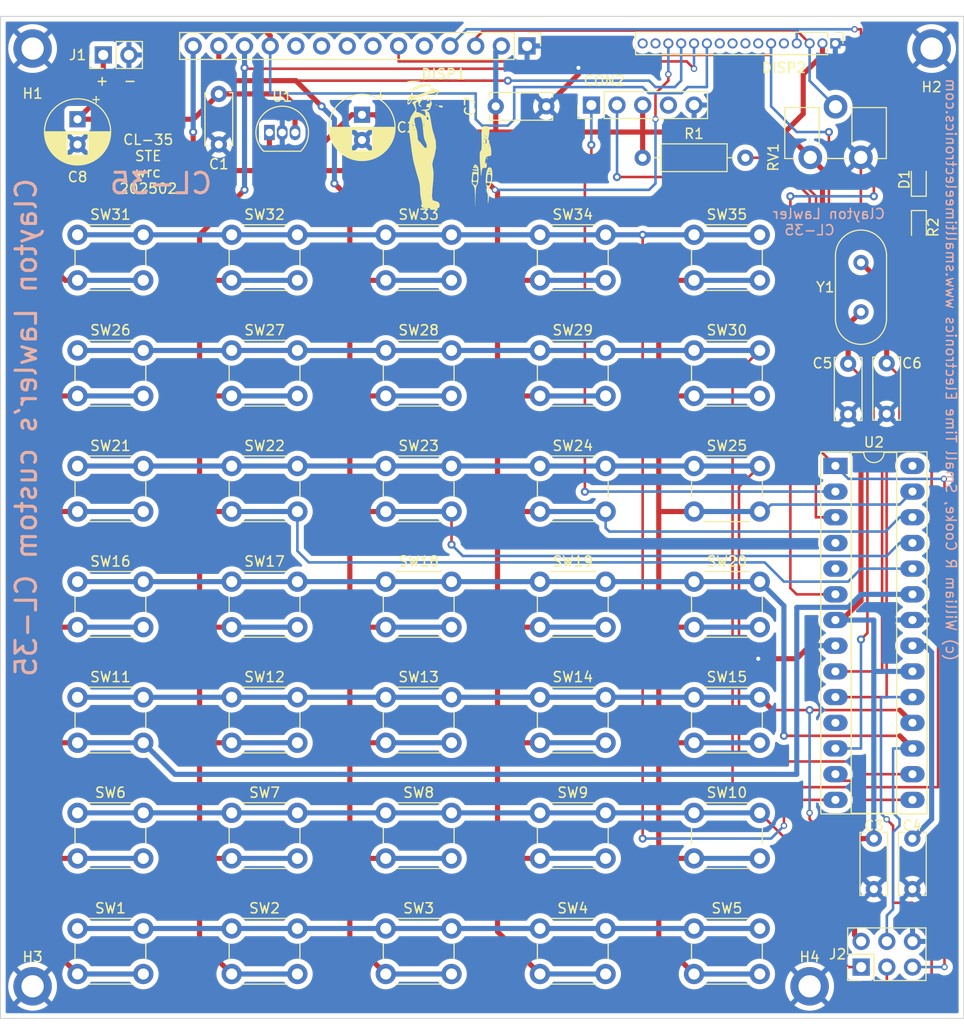
<source format=kicad_pcb>
(kicad_pcb (version 20211014) (generator pcbnew)
  (layers (0 "F.Cu" signal) (31 "B.Cu" signal) (34 "B.Paste" user) (35 "F.Paste" user) (36 "B.SilkS" user "B.Silkscreen") (37 "F.SilkS" user "F.Silkscreen") (38 "B.Mask" user) (39 "F.Mask" user) (44 "Edge.Cuts" user))
  (net 0 "")
  (net 1 "Net-(C1-Pad1)")
  (net 2 "GND")
  (net 3 "Net-(C4-Pad1)")
  (net 4 "VCC")
  (net 5 "Net-(C5-Pad1)")
  (net 6 "Net-(CON2-Pad1)")
  (net 7 "Net-(CON2-Pad2)")
  (net 9 "Net-(DISP1-Pad3)")
  (net 10 "Net-(DISP1-Pad4)")
  (net 12 "Net-(DISP1-Pad6)")
  (net 17 "Net-(DISP1-Pad11)")
  (net 18 "Net-(DISP1-Pad12)")
  (net 19 "Net-(DISP1-Pad13)")
  (net 20 "Net-(DISP1-Pad14)")
  (net 21 "Net-(C6-Pad1)")
  (net 22 "Net-(SW10-Pad2)")
  (net 23 "Net-(J2-Pad1)")
  (net 24 "Net-(SW1-Pad1)")
  (net 25 "Net-(J2-Pad3)")
  (net 26 "Net-(SW21-Pad1)")
  (net 27 "Net-(SW26-Pad1)")
  (net 28 "Net-(SW31-Pad1)")
  (net 38 "Net-(J2-Pad4)")
  (net 39 "Net-(J2-Pad5)")
  (net 40 "Net-(R2-Pad1)")
  (net 41 "Net-(D1-Pad2)")
  (footprint "Button_Switch_THT:SW_PUSH_6mm" (layer "F.Cu") (at 63.5 111.76)
    (fp_text reference "SW3")
    (fp_text value "SW_Push")
  )
  (footprint "Capacitor_THT:C_Disc_D6.0mm_W2.5mm_P5.00mm" (layer "F.Cu") (at 74.375 30.48)
    (fp_text reference "C7")
    (fp_text value "0.1")
  )
  (footprint "Button_Switch_THT:SW_PUSH_6mm" (layer "F.Cu") (at 63.5 43.18)
    (fp_text reference "SW33")
    (fp_text value "SW_Push")
  )
  (footprint "Connector_PinHeader_1.27mm:PinHeader_1x16_P1.27mm_Vertical" (layer "F.Cu") (at 107.95 24.257 -90)
    (fp_text reference "DISP2")
    (fp_text value "LCD_44780")
  )
  (footprint "Crystal:Crystal_HC49-U_Vertical" (layer "F.Cu") (at 110.49 50.8 90)
    (fp_text reference "Y1")
    (fp_text value "8MHz")
  )
  (footprint "Package_DIP:DIP-28_W7.62mm_Socket_LongPads" (layer "F.Cu") (at 107.96 66.025)
    (fp_text reference "U2")
    (fp_text value "Atmega8_dip")
  )
  (footprint "Diode_SMD:D_0603_1608Metric_Pad1.05x0.95mm_HandSolder" (layer "F.Cu") (at 116.205 37.705 90)
    (fp_text reference "D1")
    (fp_text value "LED_Small")
  )
  (footprint "MountingHole:MountingHole_2.2mm_M2_DIN965_Pad" (layer "F.Cu") (at 28.575 117.475)
    (fp_text reference "H3")
    (fp_text value "2.2mm")
  )
  (footprint "Button_Switch_THT:SW_PUSH_6mm" (layer "F.Cu") (at 48.26 66.04)
    (fp_text reference "SW22")
    (fp_text value "SW_Push")
  )
  (footprint "Connector_PinHeader_2.54mm:PinHeader_2x03_P2.54mm_Vertical" (layer "F.Cu") (at 110.505 115.575 90)
    (fp_text reference "J2")
    (fp_text value "AVR-ISP-6")
  )
  (footprint "Button_Switch_THT:SW_PUSH_6mm" (layer "F.Cu") (at 93.98 54.61)
    (fp_text reference "SW30")
    (fp_text value "SW_Push")
  )
  (footprint "Connector_PinHeader_2.54mm:PinHeader_1x14_P2.54mm_Vertical" (layer "F.Cu") (at 77.47 24.511 -90)
    (fp_text reference "DISP1")
    (fp_text value "LCD_44780")
  )
  (footprint "Button_Switch_THT:SW_PUSH_6mm" (layer "F.Cu") (at 48.26 88.9)
    (fp_text reference "SW12")
    (fp_text value "SW_Push")
  )
  (footprint "Button_Switch_THT:SW_PUSH_6mm" (layer "F.Cu") (at 33.02 54.61)
    (fp_text reference "SW26")
    (fp_text value "SW_Push")
  )
  (footprint "Button_Switch_THT:SW_PUSH_6mm" (layer "F.Cu") (at 63.5 88.9)
    (fp_text reference "SW13")
    (fp_text value "SW_Push")
  )
  (footprint "MountingHole:MountingHole_2.2mm_M2_DIN965_Pad" (layer "F.Cu") (at 117.475 24.765)
    (fp_text reference "H2")
    (fp_text value "2.2mm")
  )
  (footprint "Button_Switch_THT:SW_PUSH_6mm" (layer "F.Cu") (at 93.98 77.47)
    (fp_text reference "SW20")
    (fp_text value "SW_Push")
  )
  (footprint "MountingHole:MountingHole_2.2mm_M2_DIN965_Pad" (layer "F.Cu") (at 28.575 24.765)
    (fp_text reference "H1")
    (fp_text value "2.2mm")
  )
  (footprint "Button_Switch_THT:SW_PUSH_6mm" (layer "F.Cu") (at 63.5 54.61)
    (fp_text reference "SW28")
    (fp_text value "SW_Push")
  )
  (footprint "bdk_art:farmer_small" (layer "F.Cu") (at 69.85 34.29)
    (fp_text reference "G***" hide)
    (fp_text value "LOGO" hide)
  )
  (footprint "Button_Switch_THT:SW_PUSH_6mm" (layer "F.Cu") (at 93.98 100.33)
    (fp_text reference "SW10")
    (fp_text value "SW_Push")
  )
  (footprint "Button_Switch_THT:SW_PUSH_6mm" (layer "F.Cu") (at 33.02 77.47)
    (fp_text reference "SW16")
    (fp_text value "SW_Push")
  )
  (footprint "Button_Switch_THT:SW_PUSH_6mm" (layer "F.Cu") (at 33.02 100.33)
    (fp_text reference "SW6")
    (fp_text value "SW_Push")
  )
  (footprint "Capacitor_THT:C_Disc_D6.0mm_W2.5mm_P5.00mm" (layer "F.Cu") (at 113.03 55.88 -90)
    (fp_text reference "C6")
    (fp_text value "22")
  )
  (footprint "Potentiometer_THT:Potentiometer_ACP_CA9-H5_Horizontal" (layer "F.Cu") (at 105.475 35.52 90)
    (fp_text reference "RV1")
    (fp_text value "10K")
  )
  (footprint "Button_Switch_THT:SW_PUSH_6mm" (layer "F.Cu") (at 33.02 111.76)
    (fp_text reference "SW1")
    (fp_text value "SW_Push")
  )
  (footprint "Button_Switch_THT:SW_PUSH_6mm" (layer "F.Cu") (at 78.74 77.47)
    (fp_text reference "SW19")
    (fp_text value "SW_Push")
  )
  (footprint "Button_Switch_THT:SW_PUSH_6mm" (layer "F.Cu") (at 33.02 43.18)
    (fp_text reference "SW31")
    (fp_text value "SW_Push")
  )
  (footprint "Button_Switch_THT:SW_PUSH_6mm" (layer "F.Cu") (at 93.98 43.18)
    (fp_text reference "SW35")
    (fp_text value "SW_Push")
  )
  (footprint "Connector_PinHeader_2.54mm:PinHeader_1x05_P2.54mm_Vertical" (layer "F.Cu") (at 83.825 30.353 90)
    (fp_text reference "CON2")
    (fp_text value "SER_TTL")
  )
  (footprint "MountingHole:MountingHole_2.2mm_M2_DIN965_Pad" (layer "F.Cu") (at 105.41 117.475)
    (fp_text reference "H4")
    (fp_text value "2.2mm")
  )
  (footprint "Button_Switch_THT:SW_PUSH_6mm" (layer "F.Cu") (at 48.26 111.76)
    (fp_text reference "SW2")
    (fp_text value "SW_Push")
  )
  (footprint "Button_Switch_THT:SW_PUSH_6mm" (layer "F.Cu") (at 48.26 54.61)
    (fp_text reference "SW27")
    (fp_text value "SW_Push")
  )
  (footprint "Connector_PinHeader_2.54mm:PinHeader_1x02_P2.54mm_Vertical" (layer "F.Cu") (at 35.56 25.4 90)
    (fp_text reference "J1")
    (fp_text value "Conn_01x02")
  )
  (footprint "Button_Switch_THT:SW_PUSH_6mm" (layer "F.Cu") (at 78.74 100.33)
    (fp_text reference "SW9")
    (fp_text value "SW_Push")
  )
  (footprint "Resistor_THT:R_Axial_DIN0207_L6.3mm_D2.5mm_P10.16mm_Horizontal" (layer "F.Cu") (at 88.9 35.56)
    (fp_text reference "R1")
    (fp_text value "10K")
  )
  (footprint "Button_Switch_THT:SW_PUSH_6mm" (layer "F.Cu") (at 48.26 100.33)
    (fp_text reference "SW7")
    (fp_text value "SW_Push")
  )
  (footprint "Button_Switch_THT:SW_PUSH_6mm" (layer "F.Cu") (at 63.5 66.04)
    (fp_text reference "SW23")
    (fp_text value "SW_Push")
  )
  (footprint "Button_Switch_THT:SW_PUSH_6mm" (layer "F.Cu") (at 93.98 66.04)
    (fp_text reference "SW25")
    (fp_text value "SW_Push")
  )
  (footprint "Button_Switch_THT:SW_PUSH_6mm" (layer "F.Cu") (at 78.74 111.76)
    (fp_text reference "SW4")
    (fp_text value "SW_Push")
  )
  (footprint "Capacitor_THT:CP_Radial_D6.3mm_P2.50mm" (layer "F.Cu") (at 61.147 31.312056 -90)
    (fp_text reference "C2")
    (fp_text value "10")
  )
  (footprint "Button_Switch_THT:SW_PUSH_6mm" (layer "F.Cu") (at 78.74 66.04)
    (fp_text reference "SW24")
    (fp_text value "SW_Push")
  )
  (footprint "Button_Switch_THT:SW_PUSH_6mm" (layer "F.Cu") (at 93.98 88.9)
    (fp_text reference "SW15")
    (fp_text value "SW_Push")
  )
  (footprint "Button_Switch_THT:SW_PUSH_6mm" (layer "F.Cu") (at 78.74 43.18)
    (fp_text reference "SW34")
    (fp_text value "SW_Push")
  )
  (footprint "Capacitor_THT:C_Disc_D6.0mm_W2.5mm_P5.00mm" (layer "F.Cu") (at 109.22 55.92 -90)
    (fp_text reference "C5")
    (fp_text value "22")
  )
  (footprint "Capacitor_THT:C_Disc_D6.0mm_W2.5mm_P5.00mm" (layer "F.Cu") (at 115.57 102.87 -90)
    (fp_text reference "C4")
    (fp_text value "0.1")
  )
  (footprint "Button_Switch_THT:SW_PUSH_6mm" (layer "F.Cu") (at 63.5 77.47)
    (fp_text reference "SW18")
    (fp_text value "SW_Push")
  )
  (footprint "Button_Switch_THT:SW_PUSH_6mm" (layer "F.Cu") (at 78.74 54.61)
    (fp_text reference "SW29")
    (fp_text value "SW_Push")
  )
  (footprint "Package_TO_SOT_THT:TO-92_Inline" (layer "F.Cu") (at 51.987 33.066108)
    (fp_text reference "U1")
    (fp_text value "L78L05_TO92")
  )
  (footprint "Diode_SMD:D_0603_1608Metric_Pad1.05x0.95mm_HandSolder" (layer "F.Cu") (at 116.215 42.44 -90)
    (fp_text reference "R2")
    (fp_text value "1K")
  )
  (footprint "Button_Switch_THT:SW_PUSH_6mm" (layer "F.Cu") (at 93.98 111.76)
    (fp_text reference "SW5")
    (fp_text value "SW_Push")
  )
  (footprint "Button_Switch_THT:SW_PUSH_6mm" (layer "F.Cu") (at 63.5 100.33)
    (fp_text reference "SW8")
    (fp_text value "SW_Push")
  )
  (footprint "Button_Switch_THT:SW_PUSH_6mm" (layer "F.Cu") (at 48.26 77.47)
    (fp_text reference "SW17")
    (fp_text value "SW_Push")
  )
  (footprint "Button_Switch_THT:SW_PUSH_6mm" (layer "F.Cu") (at 33.02 66.04)
    (fp_text reference "SW21")
    (fp_text value "SW_Push")
  )
  (footprint "Button_Switch_THT:SW_PUSH_6mm" (layer "F.Cu") (at 48.26 43.18)
    (fp_text reference "SW32")
    (fp_text value "SW_Push")
  )
  (footprint "Button_Switch_THT:SW_PUSH_6mm" (layer "F.Cu") (at 33.02 88.9)
    (fp_text reference "SW11")
    (fp_text value "SW_Push")
  )
  (footprint "Button_Switch_THT:SW_PUSH_6mm" (layer "F.Cu") (at 78.74 88.9)
    (fp_text reference "SW14")
    (fp_text value "SW_Push")
  )
  (footprint "Capacitor_THT:C_Disc_D6.0mm_W2.5mm_P5.00mm" (layer "F.Cu") (at 111.76 102.87 -90)
    (fp_text reference "C3")
    (fp_text value "0.1")
  )
  (footprint "Capacitor_THT:C_Disc_D5.0mm_W2.5mm_P5.00mm" (layer "F.Cu") (at 46.99 29.25 -90)
    (fp_text reference "C1")
    (fp_text value "0.1")
  )
  (footprint "Capacitor_THT:CP_Radial_D6.3mm_P2.50mm" (layer "F.Cu") (at 33.02 31.75 -90)
    (fp_text reference "C8")
    (fp_text value "10")
  )
  (gr_line (start 25.4 120.65) (end 120.65 120.65) (layer "Edge.Cuts") (width 0.1))
  (gr_line (start 120.65 21.59) (end 120.65 120.65) (layer "Edge.Cuts") (width 0.1))
  (gr_line (start 25.4 21.59) (end 25.4 120.65) (layer "Edge.Cuts") (width 0.1))
  (gr_line (start 25.4 21.59) (end 120.65 21.59) (layer "Edge.Cuts") (width 0.1))
  (gr_text "(c) William R Cooke, Small Time Electronics www.smalltimeelectronics.com" (at 119.38 56.515 270) (layer "B.SilkS") (effects (font (size 1 1)) (justify mirror)))
  (gr_text "Clayton Lawler's custom CL-35" (at 27.94 62.23 90) (layer "B.SilkS") (effects (font (size 2.032 2.032) (thickness 0.3048)) (justify mirror)))
  (gr_text "Clayton Lawler\n     CL-35" (at 107.315 41.91) (layer "B.SilkS") (effects (font (size 1 1)) (justify mirror)))
  (gr_text "CL-35" (at 41.275 38.1) (layer "B.SilkS") (effects (font (size 2.032 2.032) (thickness 0.3048)) (justify mirror)))
  (gr_text "+  -" (at 36.83 27.94) (layer "F.SilkS") (effects (font (size 1 1))))
  (gr_text "CL-35\nSTE\nwrc\n202502" (at 40.005 36.195) (layer "F.SilkS") (effects (font (size 1 1))))
  (segment (start 35.56 29.21) (end 33.02 31.75) (width 0.508) (layer "F.Cu") (net 1))
  (segment (start 33.02 31.75) (end 44.49 31.75) (width 0.508) (layer "F.Cu") (net 1))
  (segment (start 54.527 30.397) (end 54.527 33.066108) (width 0.508) (layer "F.Cu") (net 1))
  (segment (start 44.49 31.75) (end 46.99 29.25) (width 0.508) (layer "F.Cu") (net 1))
  (segment (start 35.56 25.4) (end 35.56 29.21) (width 0.508) (layer "F.Cu") (net 1))
  (segment (start 46.99 29.25) (end 53.38 29.25) (width 0.508) (layer "F.Cu") (net 1))
  (segment (start 53.38 29.25) (end 54.527 30.397) (width 0.508) (layer "F.Cu") (net 1))
  (segment (start 116.215 43.315) (end 113.165 43.315) (width 0.254) (layer "F.Cu") (net 2))
  (segment (start 110.475 40.625) (end 110.475 35.52) (width 0.254) (layer "F.Cu") (net 2))
  (segment (start 105.425 83.805) (end 104.14 85.09) (width 0.508) (layer "F.Cu") (net 2))
  (segment (start 113.165 43.315) (end 110.475 40.625) (width 0.254) (layer "F.Cu") (net 2))
  (segment (start 82.55 27.305) (end 82.55 26.67) (width 0.508) (layer "F.Cu") (net 2))
  (segment (start 107.96 83.805) (end 105.425 83.805) (width 0.508) (layer "F.Cu") (net 2))
  (segment (start 79.375 30.48) (end 82.55 27.305) (width 0.508) (layer "F.Cu") (net 2))
  (segment (start 104.14 85.09) (end 100.33 85.09) (width 0.508) (layer "F.Cu") (net 2))
  (via (at 100.33 85.09) (size 0.8) (drill 0.4) (layers "F.Cu" "B.Cu") (net 2))
  (via (at 82.55 26.67) (size 0.8) (drill 0.4) (layers "F.Cu" "B.Cu") (net 2))
  (segment (start 116.825 83.805) (end 115.58 83.805) (width 0.508) (layer "B.Cu") (net 3))
  (segment (start 115.57 102.87) (end 117.475 100.965) (width 0.508) (layer "B.Cu") (net 3))
  (segment (start 117.475 100.965) (end 117.475 84.455) (width 0.508) (layer "B.Cu") (net 3))
  (segment (start 117.475 84.455) (end 116.825 83.805) (width 0.508) (layer "B.Cu") (net 3))
  (segment (start 64.135 33.02) (end 62.427056 31.312056) (width 0.508) (layer "F.Cu") (net 4))
  (segment (start 75.565 33.02) (end 74.295 33.02) (width 0.508) (layer "F.Cu") (net 4))
  (segment (start 109.855 112.385) (end 110.505 113.035) (width 0.508) (layer "F.Cu") (net 4))
  (segment (start 104.775 27.305) (end 106.68 25.4) (width 0.508) (layer "F.Cu") (net 4))
  (segment (start 88.9 33.02) (end 75.565 33.02) (width 0.508) (layer "F.Cu") (net 4))
  (segment (start 52.07 35.56) (end 51.987 35.477) (width 0.508) (layer "F.Cu") (net 4))
  (segment (start 106.68 25.4) (end 106.68 24.257) (width 0.508) (layer "F.Cu") (net 4))
  (segment (start 104.775 31.22) (end 104.775 27.305) (width 0.508) (layer "F.Cu") (net 4))
  (segment (start 74.375 32.94) (end 74.295 33.02) (width 0.508) (layer "F.Cu") (net 4))
  (segment (start 106.68 36.725) (end 105.475 35.52) (width 0.508) (layer "F.Cu") (net 4))
  (segment (start 106.68 61.595) (end 106.68 36.725) (width 0.508) (layer "F.Cu") (net 4))
  (segment (start 88.9 33.02) (end 102.975 33.02) (width 0.508) (layer "F.Cu") (net 4))
  (segment (start 74.295 33.02) (end 64.135 33.02) (width 0.508) (layer "F.Cu") (net 4))
  (segment (start 51.987 35.477) (end 51.987 33.066108) (width 0.508) (layer "F.Cu") (net 4))
  (segment (start 111.76 102.87) (end 110.49 102.87) (width 0.508) (layer "F.Cu") (net 4))
  (segment (start 88.9 30.358) (end 88.905 30.353) (width 0.254) (layer "F.Cu") (net 4))
  (segment (start 110.49 65.405) (end 106.68 61.595) (width 0.508) (layer "F.Cu") (net 4))
  (segment (start 108.6 81.265) (end 110.49 79.375) (width 0.508) (layer "F.Cu") (net 4))
  (segment (start 109.855 103.505) (end 109.855 112.385) (width 0.508) (layer "F.Cu") (net 4))
  (segment (start 110.49 79.375) (end 110.49 65.405) (width 0.508) (layer "F.Cu") (net 4))
  (segment (start 62.427056 31.312056) (end 61.147 31.312056) (width 0.508) (layer "F.Cu") (net 4))
  (segment (start 88.9 35.56) (end 88.9 33.02) (width 0.508) (layer "F.Cu") (net 4))
  (segment (start 55.88 35.56) (end 52.07 35.56) (width 0.508) (layer "F.Cu") (net 4))
  (segment (start 102.975 33.02) (end 104.775 31.22) (width 0.508) (layer "F.Cu") (net 4))
  (segment (start 61.147 31.312056) (end 60.127944 31.312056) (width 0.508) (layer "F.Cu") (net 4))
  (segment (start 60.127944 31.312056) (end 55.88 35.56) (width 0.508) (layer "F.Cu") (net 4))
  (segment (start 110.49 102.87) (end 109.855 103.505) (width 0.508) (layer "F.Cu") (net 4))
  (segment (start 74.375 30.48) (end 74.375 32.94) (width 0.508) (layer "F.Cu") (net 4))
  (segment (start 102.975 33.02) (end 105.475 35.52) (width 0.508) (layer "F.Cu") (net 4))
  (segment (start 107.96 81.265) (end 108.6 81.265) (width 0.508) (layer "F.Cu") (net 4))
  (segment (start 88.9 33.02) (end 88.9 30.358) (width 0.508) (layer "F.Cu") (net 4))
  (segment (start 74.375 30.48) (end 74.375 25.066) (width 0.508) (layer "B.Cu") (net 4))
  (segment (start 111.76 102.87) (end 111.76 86.36) (width 0.508) (layer "B.Cu") (net 4))
  (segment (start 111.76 81.28) (end 111.745 81.265) (width 0.508) (layer "B.Cu") (net 4))
  (segment (start 74.375 25.066) (end 74.93 24.511) (width 0.508) (layer "B.Cu") (net 4))
  (segment (start 111.745 81.265) (end 107.96 81.265) (width 0.508) (layer "B.Cu") (net 4))
  (segment (start 111.775 86.345) (end 111.76 86.36) (width 0.508) (layer "B.Cu") (net 4))
  (segment (start 111.76 86.36) (end 111.76 81.28) (width 0.508) (layer "B.Cu") (net 4))
  (segment (start 115.58 86.345) (end 111.775 86.345) (width 0.508) (layer "B.Cu") (net 4))
  (segment (start 109.22 52.07) (end 109.22 55.92) (width 0.508) (layer "F.Cu") (net 5))
  (segment (start 112.576 86.36) (end 112.561 86.345) (width 0.254) (layer "F.Cu") (net 5))
  (segment (start 109.22 55.92) (end 111.72 58.42) (width 0.254) (layer "F.Cu") (net 5))
  (segment (start 112.576 64.316) (end 112.576 86.36) (width 0.254) (layer "F.Cu") (net 5))
  (segment (start 111.72 63.46) (end 112.576 64.316) (width 0.254) (layer "F.Cu") (net 5))
  (segment (start 111.72 58.42) (end 111.72 63.46) (width 0.254) (layer "F.Cu") (net 5))
  (segment (start 112.561 86.345) (end 107.96 86.345) (width 0.254) (layer "F.Cu") (net 5))
  (segment (start 110.49 50.8) (end 109.22 52.07) (width 0.508) (layer "F.Cu") (net 5))
  (segment (start 83.185 68.58) (end 83.185 41.275) (width 0.254) (layer "F.Cu") (net 6))
  (segment (start 83.185 36.83) (end 83.825 36.19) (width 0.254) (layer "F.Cu") (net 6))
  (segment (start 83.825 36.19) (end 83.825 34.295) (width 0.254) (layer "F.Cu") (net 6))
  (segment (start 83.185 41.275) (end 83.185 36.83) (width 0.254) (layer "F.Cu") (net 6))
  (via (at 83.185 68.58) (size 0.8) (drill 0.4) (layers "F.Cu" "B.Cu") (net 6))
  (via (at 83.825 34.295) (size 0.8) (drill 0.4) (layers "F.Cu" "B.Cu") (net 6))
  (segment (start 83.825 34.295) (end 83.825 30.353) (width 0.254) (layer "B.Cu") (net 6))
  (segment (start 107.96 68.565) (end 83.2 68.565) (width 0.254) (layer "B.Cu") (net 6))
  (segment (start 83.2 68.565) (end 83.185 68.58) (width 0.254) (layer "B.Cu") (net 6))
  (segment (start 106.03 67.555) (end 105.28 66.805) (width 0.254) (layer "F.Cu") (net 7))
  (segment (start 105.41 66.675) (end 105.41 39.377052) (width 0.254) (layer "F.Cu") (net 7))
  (segment (start 107.96 71.105) (end 106.03 71.105) (width 0.254) (layer "F.Cu") (net 7))
  (segment (start 105.28 66.805) (end 105.41 66.675) (width 0.254) (layer "F.Cu") (net 7))
  (segment (start 106.03 71.105) (end 106.03 67.555) (width 0.254) (layer "F.Cu") (net 7))
  (segment (start 103.497948 37.465) (end 86.36 37.465) (width 0.254) (layer "F.Cu") (net 7))
  (segment (start 105.41 39.377052) (end 103.497948 37.465) (width 0.254) (layer "F.Cu") (net 7))
  (via (at 86.36 37.465) (size 0.8) (drill 0.4) (layers "F.Cu" "B.Cu") (net 7))
  (segment (start 86.365 37.46) (end 86.365 30.353) (width 0.254) (layer "B.Cu") (net 7))
  (segment (start 86.36 37.465) (end 86.365 37.46) (width 0.254) (layer "B.Cu") (net 7))
  (segment (start 104.14 22.987) (end 73.152 22.987) (width 0.254) (layer "F.Cu") (net 9))
  (segment (start 105.41 24.257) (end 104.14 22.987) (width 0.254) (layer "F.Cu") (net 9))
  (segment (start 73.152 22.987) (end 72.39 23.749) (width 0.254) (layer "F.Cu") (net 9))
  (segment (start 72.39 23.749) (end 72.39 24.511) (width 0.254) (layer "F.Cu") (net 9))
  (segment (start 107.975 30.52) (end 105.41 27.955) (width 0.254) (layer "B.Cu") (net 9))
  (segment (start 105.41 27.955) (end 105.41 24.257) (width 0.254) (layer "B.Cu") (net 9))
  (segment (start 117.475 67.945) (end 117.475 66.675) (width 0.254) (layer "F.Cu") (net 10))
  (segment (start 110.49 22.86) (end 110.49 27.305) (width 0.254) (layer "F.Cu") (net 10))
  (segment (start 118.11 34.925) (end 118.11 66.04) (width 0.254) (layer "F.Cu") (net 10))
  (segment (start 109.855 97.155) (end 108.61 97.155) (width 0.254) (layer "F.Cu") (net 10))
  (segment (start 110.49 97.79) (end 109.855 97.155) (width 0.254) (layer "F.Cu") (net 10))
  (segment (start 110.49 27.305) (end 118.11 34.925) (width 0.254) (layer "F.Cu") (net 10))
  (segment (start 108.61 97.155) (end 107.96 96.505) (width 0.254) (layer "F.Cu") (net 10))
  (segment (start 118.11 97.79) (end 110.49 97.79) (width 0.254) (layer "F.Cu") (net 10))
  (segment (start 118.11 68.58) (end 118.11 97.79) (width 0.254) (layer "F.Cu") (net 10))
  (segment (start 109.855 22.86) (end 110.49 22.86) (width 0.254) (layer "F.Cu") (net 10))
  (segment (start 118.11 68.58) (end 117.475 67.945) (width 0.254) (layer "F.Cu") (net 10))
  (segment (start 117.475 66.675) (end 118.11 66.04) (width 0.254) (layer "F.Cu") (net 10))
  (via (at 109.855 22.86) (size 0.635) (drill 0.381) (layers "F.Cu" "B.Cu") (net 10))
  (segment (start 104.14 22.86) (end 104.14 24.257) (width 0.254) (layer "B.Cu") (net 10))
  (segment (start 69.85 24.511) (end 71.501 22.86) (width 0.254) (layer "B.Cu") (net 10))
  (segment (start 71.501 22.86) (end 104.14 22.86) (width 0.254) (layer "B.Cu") (net 10))
  (segment (start 104.14 22.86) (end 109.855 22.86) (width 0.254) (layer "B.Cu") (net 10))
  (segment (start 111.125 60.325) (end 107.315 56.515) (width 0.254) (layer "F.Cu") (net 12))
  (segment (start 64.77 24.511) (end 64.77 26.035) (width 0.254) (layer "F.Cu") (net 12))
  (segment (start 110.49 83.185) (end 111.125 82.55) (width 0.254) (layer "F.Cu") (net 12))
  (segment (start 101.6 25.4) (end 101.6 24.257) (width 0.254) (layer "F.Cu") (net 12))
  (segment (start 64.77 26.035) (end 79.375 26.035) (width 0.254) (layer "F.Cu") (net 12))
  (segment (start 111.125 82.55) (end 111.125 60.325) (width 0.254) (layer "F.Cu") (net 12))
  (segment (start 88.265 25.4) (end 101.6 25.4) (width 0.254) (layer "F.Cu") (net 12))
  (segment (start 86.995 24.13) (end 88.265 25.4) (width 0.254) (layer "F.Cu") (net 12))
  (segment (start 107.315 56.515) (end 107.315 33.02) (width 0.254) (layer "F.Cu") (net 12))
  (segment (start 79.375 26.035) (end 81.28 24.13) (width 0.254) (layer "F.Cu") (net 12))
  (segment (start 81.28 24.13) (end 86.995 24.13) (width 0.254) (layer "F.Cu") (net 12))
  (via (at 110.49 83.185) (size 0.8) (drill 0.4) (layers "F.Cu" "B.Cu") (net 12))
  (via (at 107.315 33.02) (size 0.8) (drill 0.4) (layers "F.Cu" "B.Cu") (net 12))
  (segment (start 107.96 93.965) (end 110.475 93.965) (width 0.254) (layer "B.Cu") (net 12))
  (segment (start 107.315 33.02) (end 104.14 33.02) (width 0.254) (layer "B.Cu") (net 12))
  (segment (start 101.6 30.48) (end 101.6 24.257) (width 0.254) (layer "B.Cu") (net 12))
  (segment (start 110.49 93.95) (end 110.49 83.185) (width 0.254) (layer "B.Cu") (net 12))
  (segment (start 110.475 93.965) (end 110.49 93.95) (width 0.254) (layer "B.Cu") (net 12))
  (segment (start 104.14 33.02) (end 101.6 30.48) (width 0.254) (layer "B.Cu") (net 12))
  (segment (start 33.02 47.68) (end 31.805 47.68) (width 0.508) (layer "F.Cu") (net 17))
  (segment (start 33.02 24.13) (end 34.29 22.86) (width 0.508) (layer "F.Cu") (net 17))
  (segment (start 31.115 93.345) (end 31.115 81.915) (width 0.508) (layer "F.Cu") (net 17))
  (segment (start 31.17 70.54) (end 31.115 70.485) (width 0.508) (layer "F.Cu") (net 17))
  (segment (start 34.29 22.86) (end 51.435 22.86) (width 0.508) (layer "F.Cu") (net 17))
  (segment (start 51.435 22.86) (end 52.07 23.495) (width 0.508) (layer "F.Cu") (net 17))
  (segment (start 31.805 47.68) (end 31.115 46.99) (width 0.508) (layer "F.Cu") (net 17))
  (segment (start 31.17 81.97) (end 31.115 81.915) (width 0.508) (layer "F.Cu") (net 17))
  (segment (start 31.115 59.055) (end 31.115 46.99) (width 0.508) (layer "F.Cu") (net 17))
  (segment (start 33.02 116.26) (end 31.115 114.355) (width 0.508) (layer "F.Cu") (net 17))
  (segment (start 33.02 27.305) (end 33.02 24.13) (width 0.508) (layer "F.Cu") (net 17))
  (segment (start 33.02 93.4) (end 31.17 93.4) (width 0.508) (layer "F.Cu") (net 17))
  (segment (start 33.02 81.97) (end 31.17 81.97) (width 0.508) (layer "F.Cu") (net 17))
  (segment (start 31.115 29.21) (end 33.02 27.305) (width 0.508) (layer "F.Cu") (net 17))
  (segment (start 52.07 23.495) (end 52.07 24.511) (width 0.508) (layer "F.Cu") (net 17))
  (segment (start 31.115 70.485) (end 31.115 59.055) (width 0.508) (layer "F.Cu") (net 17))
  (segment (start 33.02 104.83) (end 31.17 104.83) (width 0.508) (layer "F.Cu") (net 17))
  (segment (start 31.115 114.355) (end 31.115 104.775) (width 0.508) (layer "F.Cu") (net 17))
  (segment (start 33.02 70.54) (end 31.17 70.54) (width 0.508) (layer "F.Cu") (net 17))
  (segment (start 33.02 59.11) (end 31.17 59.11) (width 0.508) (layer "F.Cu") (net 17))
  (segment (start 31.115 46.99) (end 31.115 29.21) (width 0.508) (layer "F.Cu") (net 17))
  (segment (start 31.17 59.11) (end 31.115 59.055) (width 0.508) (layer "F.Cu") (net 17))
  (segment (start 31.115 81.915) (end 31.115 70.485) (width 0.508) (layer "F.Cu") (net 17))
  (segment (start 31.115 104.775) (end 31.115 93.345) (width 0.508) (layer "F.Cu") (net 17))
  (segment (start 31.17 104.83) (end 31.115 104.775) (width 0.508) (layer "F.Cu") (net 17))
  (segment (start 31.17 93.4) (end 31.115 93.345) (width 0.508) (layer "F.Cu") (net 17))
  (segment (start 33.02 47.68) (end 39.52 47.68) (width 0.508) (layer "B.Cu") (net 17))
  (segment (start 75.565 32.385) (end 76.2 31.75) (width 0.254) (layer "B.Cu") (net 17))
  (segment (start 33.02 116.26) (end 39.52 116.26) (width 0.508) (layer "B.Cu") (net 17))
  (segment (start 73.025 32.385) (end 75.565 32.385) (width 0.254) (layer "B.Cu") (net 17))
  (segment (start 76.2 31.75) (end 76.2 28.575) (width 0.254) (layer "B.Cu") (net 17))
  (segment (start 33.02 104.83) (end 39.52 104.83) (width 0.508) (layer "B.Cu") (net 17))
  (segment (start 39.52 93.4) (end 42.64 96.52) (width 0.508) (layer "B.Cu") (net 17))
  (segment (start 95.25 28.575) (end 95.25 24.257) (width 0.254) (layer "B.Cu") (net 17))
  (segment (start 33.02 59.11) (end 39.52 59.11) (width 0.508) (layer "B.Cu") (net 17))
  (segment (start 104.14 80.01) (end 109.22 80.01) (width 0.508) (layer "B.Cu") (net 17))
  (segment (start 89.501 29.176) (end 92.744 29.176) (width 0.254) (layer "B.Cu") (net 17))
  (segment (start 33.02 93.4) (end 39.52 93.4) (width 0.508) (layer "B.Cu") (net 17))
  (segment (start 109.22 80.01) (end 110.505 78.725) (width 0.508) (layer "B.Cu") (net 17))
  (segment (start 33.02 70.54) (end 39.52 70.54) (width 0.508) (layer "B.Cu") (net 17))
  (segment (start 52.07 29.21) (end 72.39 29.21) (width 0.254) (layer "B.Cu") (net 17))
  (segment (start 110.505 78.725) (end 115.58 78.725) (width 0.508) (layer "B.Cu") (net 17))
  (segment (start 72.39 31.75) (end 73.025 32.385) (width 0.254) (layer "B.Cu") (net 17))
  (segment (start 76.2 28.575) (end 88.9 28.575) (width 0.254) (layer "B.Cu") (net 17))
  (segment (start 33.02 81.97) (end 39.52 81.97) (width 0.508) (layer "B.Cu") (net 17))
  (segment (start 42.64 96.52) (end 104.14 96.52) (width 0.508) (layer "B.Cu") (net 17))
  (segment (start 88.9 28.575) (end 89.501 29.176) (width 0.254) (layer "B.Cu") (net 17))
  (segment (start 92.744 29.176) (end 93.345 28.575) (width 0.254) (layer "B.Cu") (net 17))
  (segment (start 93.345 28.575) (end 95.25 28.575) (width 0.254) (layer "B.Cu") (net 17))
  (segment (start 72.39 29.21) (end 72.39 31.75) (width 0.254) (layer "B.Cu") (net 17))
  (segment (start 52.07 24.511) (end 52.07 29.21) (width 0.254) (layer "B.Cu") (net 17))
  (segment (start 104.14 96.52) (end 104.14 80.01) (width 0.508) (layer "B.Cu") (net 17))
  (segment (start 81.915 24.765) (end 86.812 24.765) (width 0.254) (layer "F.Cu") (net 18))
  (segment (start 45.085 43.18) (end 49.53 38.735) (width 0.508) (layer "F.Cu") (net 18))
  (segment (start 79.9185 26.7615) (end 81.915 24.765) (width 0.254) (layer "F.Cu") (net 18))
  (segment (start 45.085 47.498) (end 45.085 43.18) (width 0.508) (layer "F.Cu") (net 18))
  (segment (start 88.082 26.035) (end 93.2535 26.035) (width 0.254) (layer "F.Cu") (net 18))
  (segment (start 45.267 47.68) (end 48.26 47.68) (width 0.508) (layer "F.Cu") (net 18))
  (segment (start 45.14 104.83) (end 45.085 104.775) (width 0.508) (layer "F.Cu") (net 18))
  (segment (start 45.14 59.11) (end 45.085 59.055) (width 0.508) (layer "F.Cu") (net 18))
  (segment (start 48.26 70.54) (end 45.14 70.54) (width 0.508) (layer "F.Cu") (net 18))
  (segment (start 48.26 104.83) (end 45.14 104.83) (width 0.508) (layer "F.Cu") (net 18))
  (segment (start 45.14 93.4) (end 45.085 93.345) (width 0.508) (layer "F.Cu") (net 18))
  (segment (start 45.085 113.085) (end 45.085 104.775) (width 0.508) (layer "F.Cu") (net 18))
  (segment (start 48.26 93.4) (end 45.14 93.4) (width 0.508) (layer "F.Cu") (net 18))
  (segment (start 45.085 47.498) (end 45.267 47.68) (width 0.508) (layer "F.Cu") (net 18))
  (segment (start 49.6215 26.7615) (end 79.9185 26.7615) (width 0.254) (layer "F.Cu") (net 18))
  (segment (start 86.812 24.765) (end 88.082 26.035) (width 0.254) (layer "F.Cu") (net 18))
  (segment (start 45.085 104.775) (end 45.085 93.345) (width 0.508) (layer "F.Cu") (net 18))
  (segment (start 48.26 116.26) (end 45.085 113.085) (width 0.508) (layer "F.Cu") (net 18))
  (segment (start 45.14 70.54) (end 45.085 70.485) (width 0.508) (layer "F.Cu") (net 18))
  (segment (start 45.085 93.345) (end 45.085 81.915) (width 0.508) (layer "F.Cu") (net 18))
  (segment (start 49.53 26.67) (end 49.6215 26.7615) (width 0.254) (layer "F.Cu") (net 18))
  (segment (start 45.085 81.915) (end 45.085 70.485) (width 0.508) (layer "F.Cu") (net 18))
  (segment (start 45.085 59.055) (end 45.085 47.498) (width 0.508) (layer "F.Cu") (net 18))
  (segment (start 45.14 81.97) (end 45.085 81.915) (width 0.508) (layer "F.Cu") (net 18))
  (segment (start 45.085 70.485) (end 45.085 59.055) (width 0.508) (layer "F.Cu") (net 18))
  (segment (start 93.2535 26.035) (end 93.98 26.7615) (width 0.254) (layer "F.Cu") (net 18))
  (segment (start 48.26 59.11) (end 45.14 59.11) (width 0.508) (layer "F.Cu") (net 18))
  (segment (start 48.26 81.97) (end 45.14 81.97) (width 0.508) (layer "F.Cu") (net 18))
  (via (at 93.98 26.7615) (size 0.635) (drill 0.381) (layers "F.Cu" "B.Cu") (net 18))
  (via (at 49.53 26.67) (size 0.8) (drill 0.4) (layers "F.Cu" "B.Cu") (net 18))
  (via (at 49.53 38.735) (size 0.8) (drill 0.4) (layers "F.Cu" "B.Cu") (net 18))
  (segment (start 109.22 77.47) (end 102.87 77.47) (width 0.254) (layer "B.Cu") (net 18))
  (segment (start 48.26 116.26) (end 54.76 116.26) (width 0.508) (layer "B.Cu") (net 18))
  (segment (start 48.26 93.4) (end 54.76 93.4) (width 0.508) (layer "B.Cu") (net 18))
  (segment (start 54.76 74.445) (end 54.76 70.54) (width 0.254) (layer "B.Cu") (net 18))
  (segment (start 93.98 24.257) (end 93.98 26.7615) (width 0.254) (layer "B.Cu") (net 18))
  (segment (start 55.88 75.565) (end 54.76 74.445) (width 0.254) (layer "B.Cu") (net 18))
  (segment (start 49.53 38.735) (end 49.53 26.67) (width 0.508) (layer "B.Cu") (net 18))
  (segment (start 48.26 70.54) (end 54.76 70.54) (width 0.508) (layer "B.Cu") (net 18))
  (segment (start 48.26 81.97) (end 54.76 81.97) (width 0.508) (layer "B.Cu") (net 18))
  (segment (start 115.58 76.185) (end 110.505 76.185) (width 0.254) (layer "B.Cu") (net 18))
  (segment (start 110.505 76.185) (end 109.22 77.47) (width 0.254) (layer "B.Cu") (net 18))
  (segment (start 49.53 26.67) (end 49.53 24.511) (width 0.508) (layer "B.Cu") (net 18))
  (segment (start 48.26 59.11) (end 54.76 59.11) (width 0.508) (layer "B.Cu") (net 18))
  (segment (start 100.965 75.565) (end 55.88 75.565) (width 0.254) (layer "B.Cu") (net 18))
  (segment (start 102.87 77.47) (end 100.965 75.565) (width 0.254) (layer "B.Cu") (net 18))
  (segment (start 48.26 104.83) (end 54.76 104.83) (width 0.508) (layer "B.Cu") (net 18))
  (segment (start 48.26 47.68) (end 54.76 47.68) (width 0.508) (layer "B.Cu") (net 18))
  (segment (start 53.975 27.94) (end 48.26 27.94) (width 0.508) (layer "F.Cu") (net 19))
  (segment (start 60.38 70.54) (end 59.944 70.104) (width 0.508) (layer "F.Cu") (net 19))
  (segment (start 59.944 58.674) (end 59.944 47.625) (width 0.508) (layer "F.Cu") (net 19))
  (segment (start 63.5 104.83) (end 60.38 104.83) (width 0.508) (layer "F.Cu") (net 19))
  (segment (start 57.15 30.48) (end 54.61 27.94) (width 0.508) (layer "F.Cu") (net 19))
  (segment (start 46.99 26.67) (end 46.99 24.511) (width 0.508) (layer "F.Cu") (net 19))
  (segment (start 63.5 70.54) (end 60.38 70.54) (width 0.508) (layer "F.Cu") (net 19))
  (segment (start 60.38 59.11) (end 59.944 58.674) (width 0.508) (layer "F.Cu") (net 19))
  (segment (start 63.5 116.26) (end 59.944 112.704) (width 0.508) (layer "F.Cu") (net 19))
  (segment (start 59.999 47.68) (end 63.5 47.68) (width 0.508) (layer "F.Cu") (net 19))
  (segment (start 75.565 27.94) (end 53.975 27.94) (width 0.254) (layer "F.Cu") (net 19))
  (segment (start 70 73.81) (end 70 70.54) (width 0.254) (layer "F.Cu") (net 19))
  (segment (start 54.61 27.94) (end 53.975 27.94) (width 0.508) (layer "F.Cu") (net 19))
  (segment (start 60.38 93.4) (end 59.944 92.964) (width 0.508) (layer "F.Cu") (net 19))
  (segment (start 59.944 47.625) (end 59.999 47.68) (width 0.508) (layer "F.Cu") (net 19))
  (segment (start 59.944 70.104) (end 59.944 58.674) (width 0.508) (layer "F.Cu") (net 19))
  (segment (start 59.944 104.394) (end 59.944 92.964) (width 0.508) (layer "F.Cu") (net 19))
  (segment (start 59.944 81.534) (end 59.944 70.104) (width 0.508) (layer "F.Cu") (net 19))
  (segment (start 59.944 92.964) (end 59.944 81.534) (width 0.508) (layer "F.Cu") (net 19))
  (segment (start 48.26 27.94) (end 46.99 26.67) (width 0.508) (layer "F.Cu") (net 19))
  (segment (start 60.38 81.97) (end 59.944 81.534) (width 0.508) (layer "F.Cu") (net 19))
  (segment (start 59.944 112.704) (end 59.944 104.394) (width 0.508) (layer "F.Cu") (net 19))
  (segment (start 63.5 93.4) (end 60.38 93.4) (width 0.508) (layer "F.Cu") (net 19))
  (segment (start 59.944 39.624) (end 58.42 38.1) (width 0.508) (layer "F.Cu") (net 19))
  (segment (start 60.38 104.83) (end 59.944 104.394) (width 0.508) (layer "F.Cu") (net 19))
  (segment (start 63.5 81.97) (end 60.38 81.97) (width 0.508) (layer "F.Cu") (net 19))
  (segment (start 63.5 59.11) (end 60.38 59.11) (width 0.508) (layer "F.Cu") (net 19))
  (segment (start 59.944 47.625) (end 59.944 39.624) (width 0.508) (layer "F.Cu") (net 19))
  (via (at 70 73.81) (size 0.8) (drill 0.4) (layers "F.Cu" "B.Cu") (net 19))
  (via (at 75.565 27.94) (size 0.8) (drill 0.4) (layers "F.Cu" "B.Cu") (net 19))
  (via (at 58.42 38.1) (size 0.8) (drill 0.4) (layers "F.Cu" "B.Cu") (net 19))
  (via (at 57.15 30.48) (size 0.8) (drill 0.4) (layers "F.Cu" "B.Cu") (net 19))
  (segment (start 63.5 70.54) (end 70 70.54) (width 0.508) (layer "B.Cu") (net 19))
  (segment (start 113.03 74.93) (end 71.12 74.93) (width 0.254) (layer "B.Cu") (net 19))
  (segment (start 90.17 28.575) (end 92.075 28.575) (width 0.254) (layer "B.Cu") (net 19))
  (segment (start 114.315 73.645) (end 113.03 74.93) (width 0.254) (layer "B.Cu") (net 19))
  (segment (start 71.12 74.93) (end 70 73.81) (width 0.254) (layer "B.Cu") (net 19))
  (segment (start 63.5 47.68) (end 70 47.68) (width 0.508) (layer "B.Cu") (net 19))
  (segment (start 92.075 28.575) (end 92.71 27.94) (width 0.254) (layer "B.Cu") (net 19))
  (segment (start 63.5 93.4) (end 70 93.4) (width 0.508) (layer "B.Cu") (net 19))
  (segment (start 115.58 73.645) (end 114.315 73.645) (width 0.254) (layer "B.Cu") (net 19))
  (segment (start 92.71 24.257) (end 92.71 27.94) (width 0.254) (layer "B.Cu") (net 19))
  (segment (start 58.42 31.75) (end 57.15 30.48) (width 0.508) (layer "B.Cu") (net 19))
  (segment (start 89.535 27.94) (end 90.17 28.575) (width 0.254) (layer "B.Cu") (net 19))
  (segment (start 63.5 81.97) (end 70 81.97) (width 0.508) (layer "B.Cu") (net 19))
  (segment (start 63.5 59.11) (end 70 59.11) (width 0.508) (layer "B.Cu") (net 19))
  (segment (start 58.42 38.1) (end 58.42 31.75) (width 0.508) (layer "B.Cu") (net 19))
  (segment (start 63.5 104.83) (end 70 104.83) (width 0.508) (layer "B.Cu") (net 19))
  (segment (start 63.5 116.26) (end 70 116.26) (width 0.508) (layer "B.Cu") (net 19))
  (segment (start 89.535 27.94) (end 75.565 27.94) (width 0.254) (layer "B.Cu") (net 19))
  (segment (start 78.74 59.11) (end 74.985 59.11) (width 0.508) (layer "F.Cu") (net 20))
  (segment (start 74.731 104.83) (end 74.549 104.648) (width 0.508) (layer "F.Cu") (net 20))
  (segment (start 74.549 47.625) (end 74.604 47.68) (width 0.508) (layer "F.Cu") (net 20))
  (segment (start 74.549 58.674) (end 74.549 47.879) (width 0.508) (layer "F.Cu") (net 20))
  (segment (start 72.39 36.83) (end 74.549 38.989) (width 0.508) (layer "F.Cu") (net 20))
  (segment (start 74.549 104.648) (end 74.549 93.218) (width 0.508) (layer "F.Cu") (net 20))
  (segment (start 74.549 47.879) (end 74.549 47.625) (width 0.508) (layer "F.Cu") (net 20))
  (segment (start 78.74 104.83) (end 74.731 104.83) (width 0.508) (layer "F.Cu") (net 20))
  (segment (start 91.44 27.342) (end 91.44 27.94) (width 0.254) (layer "F.Cu") (net 20))
  (segment (start 74.295 38.735) (end 74.549 38.989) (width 0.254) (layer "F.Cu") (net 20))
  (segment (start 74.549 81.788) (end 74.549 70.358) (width 0.508) (layer "F.Cu") (net 20))
  (segment (start 91.44 27.94) (end 90.17 29.21) (width 0.254) (layer "F.Cu") (net 20))
  (segment (start 74.549 47.879) (end 74.549 38.989) (width 0.508) (layer "F.Cu") (net 20))
  (segment (start 74.604 47.68) (end 78.74 47.68) (width 0.508) (layer "F.Cu") (net 20))
  (segment (start 45.72 36.83) (end 72.39 36.83) (width 0.508) (layer "F.Cu") (net 20))
  (segment (start 44.45 33.02) (end 44.45 35.56) (width 0.508) (layer "F.Cu") (net 20))
  (segment (start 78.74 70.54) (end 74.731 70.54) (width 0.508) (layer "F.Cu") (net 20))
  (segment (start 74.549 112.069) (end 74.549 104.648) (width 0.508) (layer "F.Cu") (net 20))
  (segment (start 78.74 116.26) (end 74.549 112.069) (width 0.508) (layer "F.Cu") (net 20))
  (segment (start 90.17 29.21) (end 90.17 31.75) (width 0.254) (layer "F.Cu") (net 20))
  (segment (start 74.985 59.11) (end 74.549 58.674) (width 0.508) (layer "F.Cu") (net 20))
  (segment (start 74.731 81.97) (end 74.549 81.788) (width 0.508) (layer "F.Cu") (net 20))
  (segment (start 78.74 81.97) (end 74.731 81.97) (width 0.508) (layer "F.Cu") (net 20))
  (segment (start 78.74 93.4) (end 74.731 93.4) (width 0.508) (layer "F.Cu") (net 20))
  (segment (start 74.731 93.4) (end 74.549 93.218) (width 0.508) (layer "F.Cu") (net 20))
  (segment (start 74.731 70.54) (end 74.549 70.358) (width 0.508) (layer "F.Cu") (net 20))
  (segment (start 44.45 35.56) (end 45.72 36.83) (width 0.508) (layer "F.Cu") (net 20))
  (segment (start 74.549 70.358) (end 74.549 58.674) (width 0.508) (layer "F.Cu") (net 20))
  (segment (start 74.549 93.218) (end 74.549 81.788) (width 0.508) (layer "F.Cu") (net 20))
  (via (at 91.44 27.305) (size 0.635) (drill 0.381) (layers "F.Cu" "B.Cu") (net 20))
  (via (at 74.295 38.735) (size 0.635) (drill 0.381) (layers "F.Cu" "B.Cu") (net 20))
  (via (at 44.45 33.02) (size 0.8) (drill 0.4) (layers "F.Cu" "B.Cu") (net 20))
  (via (at 90.17 31.75) (size 0.635) (drill 0.381) (layers "F.Cu" "B.Cu") (net 20))
  (segment (start 44.45 24.511) (end 44.45 33.02) (width 0.508) (layer "B.Cu") (net 20))
  (segment (start 115.58 71.105) (end 114.315 71.105) (width 0.254) (layer "B.Cu") (net 20))
  (segment (start 78.74 104.83) (end 85.24 104.83) (width 0.508) (layer "B.Cu") (net 20))
  (segment (start 85.24 72.161) (end 85.24 70.54) (width 0.254) (layer "B.Cu") (net 20))
  (segment (start 90.17 31.75) (end 90.17 38.1) (width 0.254) (layer "B.Cu") (net 20))
  (segment (start 78.74 70.54) (end 85.24 70.54) (width 0.508) (layer "B.Cu") (net 20))
  (segment (start 112.902 72.518) (end 85.597 72.518) (width 0.254) (layer "B.Cu") (net 20))
  (segment (start 78.74 59.11) (end 85.24 59.11) (width 0.508) (layer "B.Cu") (net 20))
  (segment (start 114.315 71.105) (end 112.902 72.518) (width 0.254) (layer "B.Cu") (net 20))
  (segment (start 78.74 93.4) (end 85.24 93.4) (width 0.508) (layer "B.Cu") (net 20))
  (segment (start 91.44 24.257) (end 91.44 27.305) (width 0.254) (layer "B.Cu") (net 20))
  (segment (start 78.74 47.68) (end 85.24 47.68) (width 0.508) (layer "B.Cu") (net 20))
  (segment (start 85.597 72.518) (end 85.24 72.161) (width 0.254) (layer "B.Cu") (net 20))
  (segment (start 78.74 116.26) (end 85.24 116.26) (width 0.508) (layer "B.Cu") (net 20))
  (segment (start 89.535 38.735) (end 74.295 38.735) (width 0.254) (layer "B.Cu") (net 20))
  (segment (start 90.17 38.1) (end 89.535 38.735) (width 0.254) (layer "B.Cu") (net 20))
  (segment (start 78.74 81.97) (end 85.24 81.97) (width 0.508) (layer "B.Cu") (net 20))
  (segment (start 114.3 57.15) (end 114.3 63.5) (width 0.254) (layer "F.Cu") (net 21))
  (segment (start 113.03 88.9) (end 113.015 88.885) (width 0.254) (layer "F.Cu") (net 21))
  (segment (start 110.49 45.92) (end 113.03 48.46) (width 0.508) (layer "F.Cu") (net 21))
  (segment (start 113.03 64.77) (end 113.03 88.9) (width 0.254) (layer "F.Cu") (net 21))
  (segment (start 113.015 88.885) (end 107.96 88.885) (width 0.254) (layer "F.Cu") (net 21))
  (segment (start 113.03 48.46) (end 113.03 55.88) (width 0.508) (layer "F.Cu") (net 21))
  (segment (start 113.03 55.88) (end 114.3 57.15) (width 0.254) (layer "F.Cu") (net 21))
  (segment (start 114.3 63.5) (end 113.03 64.77) (width 0.254) (layer "F.Cu") (net 21))
  (segment (start 93.98 59.11) (end 90.987 59.11) (width 0.508) (layer "F.Cu") (net 22))
  (segment (start 90.623 81.97) (end 90.496 81.843) (width 0.508) (layer "F.Cu") (net 22))
  (segment (start 93.98 70.54) (end 90.496 70.54) (width 0.508) (layer "F.Cu") (net 22))
  (segment (start 90.496 93.019) (end 90.496 81.843) (width 0.508) (layer "F.Cu") (net 22))
  (segment (start 90.496 58.619) (end 90.496 47.68) (width 0.508) (layer "F.Cu") (net 22))
  (segment (start 93.98 104.83) (end 90.75 104.83) (width 0.508) (layer "F.Cu") (net 22))
  (segment (start 93.98 116.26) (end 90.496 112.776) (width 0.508) (layer "F.Cu") (net 22))
  (segment (start 90.496 112.776) (end 90.496 104.576) (width 0.508) (layer "F.Cu") (net 22))
  (segment (start 90.987 59.11) (end 90.496 58.619) (width 0.508) (layer "F.Cu") (net 22))
  (segment (start 93.98 81.97) (end 90.623 81.97) (width 0.508) (layer "F.Cu") (net 22))
  (segment (start 90.496 104.576) (end 90.496 93.019) (width 0.508) (layer "F.Cu") (net 22))
  (segment (start 90.496 70.54) (end 90.496 58.619) (width 0.508) (layer "F.Cu") (net 22))
  (segment (start 90.877 93.4) (end 90.496 93.019) (width 0.508) (layer "F.Cu") (net 22))
  (segment (start 90.75 104.83) (end 90.496 104.576) (width 0.508) (layer "F.Cu") (net 22))
  (segment (start 93.98 93.4) (end 90.877 93.4) (width 0.508) (layer "F.Cu") (net 22))
  (segment (start 90.496 81.843) (end 90.496 70.54) (width 0.508) (layer "F.Cu") (net 22))
  (segment (start 90.496 47.68) (end 93.98 47.68) (width 0.508) (layer "F.Cu") (net 22))
  (segment (start 93.98 93.4) (end 100.48 93.4) (width 0.508) (layer "B.Cu") (net 22))
  (segment (start 100.48 70.54) (end 100.91 70.54) (width 0.508) (layer "B.Cu") (net 22))
  (segment (start 93.98 81.97) (end 100.48 81.97) (width 0.508) (layer "B.Cu") (net 22))
  (segment (start 114.295 69.85) (end 115.58 68.565) (width 0.254) (layer "B.Cu") (net 22))
  (segment (start 100.91 70.54) (end 101.6 69.85) (width 0.254) (layer "B.Cu") (net 22))
  (segment (start 93.98 47.68) (end 100.48 47.68) (width 0.508) (layer "B.Cu") (net 22))
  (segment (start 93.98 104.83) (end 100.48 104.83) (width 0.508) (layer "B.Cu") (net 22))
  (segment (start 93.98 70.54) (end 100.48 70.54) (width 0.508) (layer "B.Cu") (net 22))
  (segment (start 101.6 69.85) (end 114.295 69.85) (width 0.254) (layer "B.Cu") (net 22))
  (segment (start 93.98 59.11) (end 100.48 59.11) (width 0.508) (layer "B.Cu") (net 22))
  (segment (start 93.98 116.26) (end 100.48 116.26) (width 0.508) (layer "B.Cu") (net 22))
  (segment (start 114.325 90.17) (end 115.58 91.425) (width 0.508) (layer "F.Cu") (net 23))
  (segment (start 100.48 88.9) (end 101.75 90.17) (width 0.508) (layer "F.Cu") (net 23))
  (segment (start 105.41 100.965) (end 108.585 104.14) (width 0.254) (layer "F.Cu") (net 23))
  (segment (start 108.585 114.935) (end 109.225 115.575) (width 0.254) (layer "F.Cu") (net 23))
  (segment (start 101.75 90.17) (end 114.325 90.17) (width 0.254) (layer "F.Cu") (net 23))
  (segment (start 109.225 115.575) (end 110.505 115.575) (width 0.254) (layer "F.Cu") (net 23))
  (segment (start 105.41 100.33) (end 105.41 100.965) (width 0.254) (layer "F.Cu") (net 23))
  (segment (start 108.585 104.14) (end 108.585 114.935) (width 0.254) (layer "F.Cu") (net 23))
  (via (at 105.41 100.33) (size 0.635) (drill 0.381) (layers "F.Cu" "B.Cu") (net 23))
  (via (at 105.41 90.17) (size 0.8) (drill 0.4) (layers "F.Cu" "B.Cu") (net 23))
  (segment (start 78.74 88.9) (end 85.24 88.9) (width 0.508) (layer "B.Cu") (net 23))
  (segment (start 54.76 88.9) (end 63.5 88.9) (width 0.508) (layer "B.Cu") (net 23))
  (segment (start 93.98 88.9) (end 100.48 88.9) (width 0.508) (layer "B.Cu") (net 23))
  (segment (start 48.26 88.9) (end 54.76 88.9) (width 0.508) (layer "B.Cu") (net 23))
  (segment (start 63.5 88.9) (end 70 88.9) (width 0.508) (layer "B.Cu") (net 23))
  (segment (start 39.52 88.9) (end 48.26 88.9) (width 0.508) (layer "B.Cu") (net 23))
  (segment (start 33.02 88.9) (end 39.52 88.9) (width 0.508) (layer "B.Cu") (net 23))
  (segment (start 85.24 88.9) (end 93.98 88.9) (width 0.508) (layer "B.Cu") (net 23))
  (segment (start 105.41 100.33) (end 105.41 90.17) (width 0.254) (layer "B.Cu") (net 23))
  (segment (start 70 88.9) (end 78.74 88.9) (width 0.508) (layer "B.Cu") (net 23))
  (segment (start 33.02 111.76) (end 39.52 111.76) (width 0.508) (layer "B.Cu") (net 24))
  (segment (start 54.76 111.76) (end 63.5 111.76) (width 0.508) (layer "B.Cu") (net 24))
  (segment (start 39.52 111.76) (end 48.26 111.76) (width 0.508) (layer "B.Cu") (net 24))
  (segment (start 85.24 111.76) (end 93.98 111.76) (width 0.508) (layer "B.Cu") (net 24))
  (segment (start 93.98 111.76) (end 100.48 111.76) (width 0.508) (layer "B.Cu") (net 24))
  (segment (start 48.26 111.76) (end 54.76 111.76) (width 0.508) (layer "B.Cu") (net 24))
  (segment (start 78.74 111.76) (end 85.24 111.76) (width 0.508) (layer "B.Cu") (net 24))
  (segment (start 70 111.76) (end 78.74 111.76) (width 0.508) (layer "B.Cu") (net 24))
  (segment (start 63.5 111.76) (end 70 111.76) (width 0.508) (layer "B.Cu") (net 24))
  (segment (start 113.665 101.6) (end 113.03 100.965) (width 0.254) (layer "F.Cu") (net 25))
  (segment (start 113.045 115.575) (end 113.045 117.46) (width 0.254) (layer "F.Cu") (net 25))
  (segment (start 113.06 117.475) (end 117.475 117.475) (width 0.254) (layer "F.Cu") (net 25))
  (segment (start 113.665 109.22) (end 113.665 101.6) (width 0.254) (layer "F.Cu") (net 25))
  (segment (start 113.045 117.46) (end 113.06 117.475) (width 0.254) (layer "F.Cu") (net 25))
  (segment (start 107.95 116.205) (end 109.205 117.46) (width 0.254) (layer "F.Cu") (net 25))
  (segment (start 117.475 117.475) (end 117.475 111.125) (width 0.254) (layer "F.Cu") (net 25))
  (segment (start 109.205 117.46) (end 113.045 117.46) (width 0.254) (layer "F.Cu") (net 25))
  (segment (start 107.95 107.8) (end 107.95 116.205) (width 0.254) (layer "F.Cu") (net 25))
  (segment (start 115.57 109.22) (end 113.665 109.22) (width 0.254) (layer "F.Cu") (net 25))
  (segment (start 100.48 100.33) (end 107.95 107.8) (width 0.254) (layer "F.Cu") (net 25))
  (segment (start 117.475 111.125) (end 115.57 109.22) (width 0.254) (layer "F.Cu") (net 25))
  (via (at 113.03 100.965) (size 0.635) (drill 0.381) (layers "F.Cu" "B.Cu") (net 25))
  (segment (start 33.02 100.33) (end 39.52 100.33) (width 0.508) (layer "B.Cu") (net 25))
  (segment (start 39.52 100.33) (end 48.26 100.33) (width 0.508) (layer "B.Cu") (net 25))
  (segment (start 54.76 100.33) (end 63.5 100.33) (width 0.508) (layer "B.Cu") (net 25))
  (segment (start 70 100.33) (end 78.74 100.33) (width 0.508) (layer "B.Cu") (net 25))
  (segment (start 85.24 100.33) (end 93.98 100.33) (width 0.508) (layer "B.Cu") (net 25))
  (segment (start 78.74 100.33) (end 85.24 100.33) (width 0.508) (layer "B.Cu") (net 25))
  (segment (start 63.5 100.33) (end 70 100.33) (width 0.508) (layer "B.Cu") (net 25))
  (segment (start 93.98 100.33) (end 100.48 100.33) (width 0.508) (layer "B.Cu") (net 25))
  (segment (start 112.4675 88.9725) (end 112.555 88.885) (width 0.254) (layer "B.Cu") (net 25))
  (segment (start 48.26 100.33) (end 54.76 100.33) (width 0.508) (layer "B.Cu") (net 25))
  (segment (start 112.4675 100.2575) (end 112.4675 88.9725) (width 0.254) (layer "B.Cu") (net 25))
  (segment (start 113.03 100.965) (end 112.4675 100.4025) (width 0.254) (layer "B.Cu") (net 25))
  (segment (start 112.555 88.885) (end 115.58 88.885) (width 0.254) (layer "B.Cu") (net 25))
  (segment (start 112.4675 100.4025) (end 112.4675 100.2575) (width 0.254) (layer "B.Cu") (net 25))
  (segment (start 109.22 95.25) (end 98.425 95.25) (width 0.254) (layer "F.Cu") (net 26))
  (segment (start 115.58 96.505) (end 110.475 96.505) (width 0.254) (layer "F.Cu") (net 26))
  (segment (start 110.475 96.505) (end 109.22 95.25) (width 0.254) (layer "F.Cu") (net 26))
  (segment (start 98.425 68.095) (end 100.48 66.04) (width 0.254) (layer "F.Cu") (net 26))
  (segment (start 98.425 95.25) (end 98.425 68.095) (width 0.254) (layer "F.Cu") (net 26))
  (segment (start 33.02 66.04) (end 39.52 66.04) (width 0.508) (layer "B.Cu") (net 26))
  (segment (start 39.52 66.04) (end 48.26 66.04) (width 0.508) (layer "B.Cu") (net 26))
  (segment (start 54.76 66.04) (end 63.5 66.04) (width 0.508) (layer "B.Cu") (net 26))
  (segment (start 85.24 66.04) (end 93.98 66.04) (width 0.508) (layer "B.Cu") (net 26))
  (segment (start 78.74 66.04) (end 85.24 66.04) (width 0.508) (layer "B.Cu") (net 26))
  (segment (start 48.26 66.04) (end 54.76 66.04) (width 0.508) (layer "B.Cu") (net 26))
  (segment (start 93.98 66.04) (end 100.48 66.04) (width 0.508) (layer "B.Cu") (net 26))
  (segment (start 63.5 66.04) (end 70 66.04) (width 0.508) (layer "B.Cu") (net 26))
  (segment (start 70 66.04) (end 78.74 66.04) (width 0.508) (layer "B.Cu") (net 26))
  (segment (start 115.58 99.045) (end 110.475 99.045) (width 0.254) (layer "F.Cu") (net 27))
  (segment (start 97.79 57.3) (end 100.48 54.61) (width 0.254) (layer "F.Cu") (net 27))
  (segment (start 109.22 97.79) (end 97.79 97.79) (width 0.254) (layer "F.Cu") (net 27))
  (segment (start 110.475 99.045) (end 109.22 97.79) (width 0.254) (layer "F.Cu") (net 27))
  (segment (start 97.79 97.79) (end 97.79 57.3) (width 0.254) (layer "F.Cu") (net 27))
  (segment (start 54.76 54.61) (end 63.5 54.61) (width 0.508) (layer "B.Cu") (net 27))
  (segment (start 78.74 54.61) (end 85.24 54.61) (width 0.508) (layer "B.Cu") (net 27))
  (segment (start 39.52 54.61) (end 48.26 54.61) (width 0.508) (layer "B.Cu") (net 27))
  (segment (start 85.24 54.61) (end 93.98 54.61) (width 0.508) (layer "B.Cu") (net 27))
  (segment (start 70 54.61) (end 78.74 54.61) (width 0.508) (layer "B.Cu") (net 27))
  (segment (start 33.02 54.61) (end 39.52 54.61) (width 0.508) (layer "B.Cu") (net 27))
  (segment (start 48.26 54.61) (end 54.76 54.61) (width 0.508) (layer "B.Cu") (net 27))
  (segment (start 93.98 54.61) (end 100.48 54.61) (width 0.508) (layer "B.Cu") (net 27))
  (segment (start 63.5 54.61) (end 70 54.61) (width 0.508) (layer "B.Cu") (net 27))
  (segment (start 88.9 102.87) (end 88.9 43.18) (width 0.254) (layer "F.Cu") (net 28))
  (segment (start 102.87 99.06) (end 102.87 101.6) (width 0.254) (layer "F.Cu") (net 28))
  (segment (start 102.885 99.045) (end 102.87 99.06) (width 0.254) (layer "F.Cu") (net 28))
  (segment (start 107.96 99.045) (end 102.885 99.045) (width 0.254) (layer "F.Cu") (net 28))
  (via (at 88.9 43.18) (size 0.8) (drill 0.4) (layers "F.Cu" "B.Cu") (net 28))
  (via (at 102.87 101.6) (size 0.635) (drill 0.381) (layers "F.Cu" "B.Cu") (net 28))
  (via (at 88.9 102.87) (size 0.8) (drill 0.4) (layers "F.Cu" "B.Cu") (net 28))
  (segment (start 70 43.18) (end 78.74 43.18) (width 0.508) (layer "B.Cu") (net 28))
  (segment (start 33.02 43.18) (end 39.52 43.18) (width 0.508) (layer "B.Cu") (net 28))
  (segment (start 54.76 43.18) (end 63.5 43.18) (width 0.508) (layer "B.Cu") (net 28))
  (segment (start 101.6 102.87) (end 88.9 102.87) (width 0.254) (layer "B.Cu") (net 28))
  (segment (start 78.74 43.18) (end 85.24 43.18) (width 0.508) (layer "B.Cu") (net 28))
  (segment (start 63.5 43.18) (end 70 43.18) (width 0.508) (layer "B.Cu") (net 28))
  (segment (start 93.98 43.18) (end 100.48 43.18) (width 0.508) (layer "B.Cu") (net 28))
  (segment (start 85.24 43.18) (end 93.98 43.18) (width 0.508) (layer "B.Cu") (net 28))
  (segment (start 48.26 43.18) (end 54.76 43.18) (width 0.508) (layer "B.Cu") (net 28))
  (segment (start 102.87 101.6) (end 101.6 102.87) (width 0.254) (layer "B.Cu") (net 28))
  (segment (start 39.52 43.18) (end 48.26 43.18) (width 0.508) (layer "B.Cu") (net 28))
  (segment (start 102.87 92.71) (end 114.325 92.71) (width 0.254) (layer "F.Cu") (net 38))
  (segment (start 114.325 92.71) (end 115.58 93.965) (width 0.508) (layer "F.Cu") (net 38))
  (via (at 102.87 92.71) (size 0.8) (drill 0.4) (layers "F.Cu" "B.Cu") (net 38))
  (segment (start 114.3 100.965) (end 113.665 100.33) (width 0.254) (layer "B.Cu") (net 38))
  (segment (start 54.76 77.47) (end 63.5 77.47) (width 0.508) (layer "B.Cu") (net 38))
  (segment (start 78.74 77.47) (end 85.24 77.47) (width 0.508) (layer "B.Cu") (net 38))
  (segment (start 85.24 77.47) (end 93.98 77.47) (width 0.508) (layer "B.Cu") (net 38))
  (segment (start 63.5 77.47) (end 70 77.47) (width 0.508) (layer "B.Cu") (net 38))
  (segment (start 113.665 102.235) (end 114.3 101.6) (width 0.254) (layer "B.Cu") (net 38))
  (segment (start 48.26 77.47) (end 54.76 77.47) (width 0.508) (layer "B.Cu") (net 38))
  (segment (start 102.87 79.86) (end 102.87 92.71) (width 0.508) (layer "B.Cu") (net 38))
  (segment (start 70 77.47) (end 78.74 77.47) (width 0.508) (layer "B.Cu") (net 38))
  (segment (start 100.48 77.47) (end 102.87 79.86) (width 0.508) (layer "B.Cu") (net 38))
  (segment (start 113.665 93.98) (end 113.665 100.33) (width 0.254) (layer "B.Cu") (net 38))
  (segment (start 39.52 77.47) (end 48.26 77.47) (width 0.508) (layer "B.Cu") (net 38))
  (segment (start 113.045 110.475) (end 113.045 113.035) (width 0.254) (layer "B.Cu") (net 38))
  (segment (start 113.665 109.855) (end 113.045 110.475) (width 0.254) (layer "B.Cu") (net 38))
  (segment (start 113.665 102.235) (end 113.665 109.855) (width 0.254) (layer "B.Cu") (net 38))
  (segment (start 93.98 77.47) (end 100.48 77.47) (width 0.508) (layer "B.Cu") (net 38))
  (segment (start 114.3 101.6) (end 114.3 100.965) (width 0.254) (layer "B.Cu") (net 38))
  (segment (start 113.68 93.965) (end 113.665 93.98) (width 0.254) (layer "B.Cu") (net 38))
  (segment (start 115.58 93.965) (end 113.68 93.965) (width 0.254) (layer "B.Cu") (net 38))
  (segment (start 33.02 77.47) (end 39.52 77.47) (width 0.508) (layer "B.Cu") (net 38))
  (segment (start 118.745 113.03) (end 118.745 67.3645) (width 0.254) (layer "F.Cu") (net 39))
  (segment (start 99.06 35.56) (end 102.235 35.56) (width 0.254) (layer "F.Cu") (net 39))
  (segment (start 118.745 115.57) (end 118.745 113.03) (width 0.254) (layer "F.Cu") (net 39))
  (segment (start 106.045 64.11) (end 107.96 66.025) (width 0.254) (layer "F.Cu") (net 39))
  (segment (start 118.745 67.3645) (end 118.6905 67.31) (width 0.254) (layer "F.Cu") (net 39))
  (segment (start 102.235 35.56) (end 106.045 39.37) (width 0.254) (layer "F.Cu") (net 39))
  (segment (start 106.045 39.37) (end 106.045 64.11) (width 0.254) (layer "F.Cu") (net 39))
  (via (at 118.745 115.57) (size 0.635) (drill 0.381) (layers "F.Cu" "B.Cu") (net 39))
  (via (at 118.6905 67.31) (size 0.635) (drill 0.381) (layers "F.Cu" "B.Cu") (net 39))
  (segment (start 118.6905 67.31) (end 109.245 67.31) (width 0.254) (layer "B.Cu") (net 39))
  (segment (start 118.74 115.575) (end 118.745 115.57) (width 0.254) (layer "B.Cu") (net 39))
  (segment (start 109.245 67.31) (end 107.96 66.025) (width 0.254) (layer "B.Cu") (net 39))
  (segment (start 115.585 115.575) (end 118.74 115.575) (width 0.254) (layer "B.Cu") (net 39))
  (segment (start 116.205 41.555) (end 116.215 41.565) (width 0.254) (layer "F.Cu") (net 40))
  (segment (start 116.205 38.58) (end 116.205 41.555) (width 0.254) (layer "F.Cu") (net 40))
  (segment (start 103.505 78.105) (end 104.125 78.725) (width 0.254) (layer "F.Cu") (net 41))
  (segment (start 113.03 36.83) (end 111.76 38.1) (width 0.254) (layer "F.Cu") (net 41))
  (segment (start 111.76 38.1) (end 111.76 39.37) (width 0.254) (layer "F.Cu") (net 41))
  (segment (start 104.125 78.725) (end 107.96 78.725) (width 0.254) (layer "F.Cu") (net 41))
  (segment (start 116.205 36.83) (end 114.3 36.83) (width 0.254) (layer "F.Cu") (net 41))
  (segment (start 114.3 36.83) (end 113.03 36.83) (width 0.254) (layer "F.Cu") (net 41))
  (segment (start 103.505 39.37) (end 103.505 78.105) (width 0.254) (layer "F.Cu") (net 41))
  (via (at 111.76 39.37) (size 0.8) (drill 0.4) (layers "F.Cu" "B.Cu") (net 41))
  (via (at 103.505 39.37) (size 0.8) (drill 0.4) (layers "F.Cu" "B.Cu") (net 41))
  (segment (start 111.76 39.37) (end 103.505 39.37) (width 0.254) (layer "B.Cu") (net 41))
  (zone (net 2) (net_name "GND") (layer "B.Cu") (connect_pads (clearance 0.508)) (min_thickness 0.254) (fill yes (thermal_gap 0.508) (thermal_bridge_width 0.508))
    (polygon (pts (xy 120.65 120.65) (xy 25.4 120.65) (xy 25.4 21.59) (xy 120.65 21.59)))
  )
)
</source>
